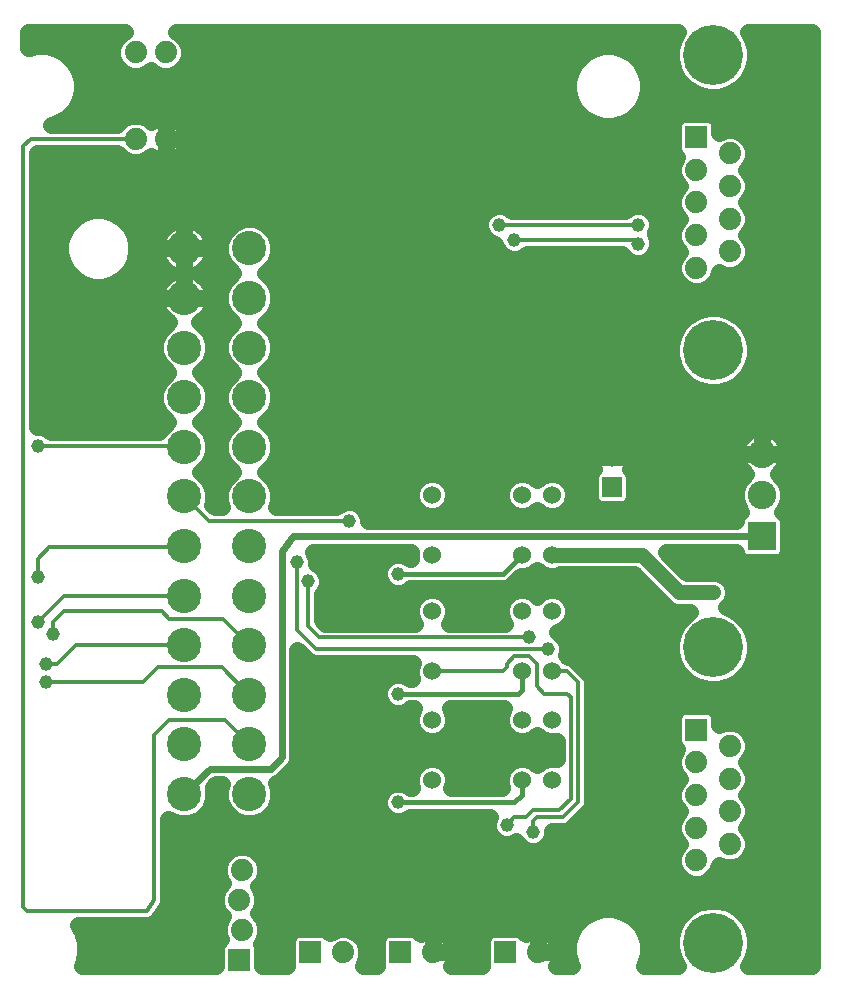
<source format=gbl>
G75*
%MOIN*%
%OFA0B0*%
%FSLAX24Y24*%
%IPPOS*%
%LPD*%
%AMOC8*
5,1,8,0,0,1.08239X$1,22.5*
%
%ADD10R,0.0740X0.0740*%
%ADD11C,0.0740*%
%ADD12C,0.2000*%
%ADD13C,0.0600*%
%ADD14R,0.0950X0.0950*%
%ADD15C,0.0950*%
%ADD16C,0.1142*%
%ADD17C,0.0650*%
%ADD18R,0.0650X0.0650*%
%ADD19C,0.0240*%
%ADD20C,0.0460*%
%ADD21C,0.0120*%
%ADD22C,0.0160*%
%ADD23C,0.0560*%
%ADD24C,0.0500*%
D10*
X008500Y001005D03*
X010875Y001255D03*
X013875Y001255D03*
X017375Y001255D03*
X023741Y008686D03*
X023741Y028436D03*
D11*
X023741Y027346D03*
X023741Y026255D03*
X023741Y025164D03*
X023741Y024074D03*
X024859Y024621D03*
X024859Y025712D03*
X024859Y026798D03*
X024859Y027889D03*
X024859Y008139D03*
X024859Y007048D03*
X024859Y005962D03*
X024859Y004871D03*
X023741Y005414D03*
X023741Y004324D03*
X023741Y006505D03*
X023741Y007596D03*
X018475Y001255D03*
X014975Y001255D03*
X011975Y001255D03*
X008600Y002005D03*
X008500Y003005D03*
X008600Y004005D03*
X006050Y028380D03*
X005050Y028380D03*
X005050Y031255D03*
X006050Y031255D03*
D12*
X024300Y031176D03*
X024300Y021334D03*
X024300Y011426D03*
X024300Y001584D03*
D13*
X018925Y007005D03*
X017925Y007005D03*
X017925Y009005D03*
X018925Y009005D03*
X018925Y010630D03*
X017925Y010630D03*
X017925Y012630D03*
X018925Y012630D03*
X018925Y014505D03*
X017925Y014505D03*
X017925Y016505D03*
X018925Y016505D03*
X014925Y016505D03*
X014925Y014505D03*
X014925Y012630D03*
X014925Y010630D03*
X014925Y009005D03*
X014925Y007005D03*
D14*
X025925Y015130D03*
D15*
X025925Y016508D03*
X025925Y017886D03*
D16*
X008839Y018110D03*
X008839Y016457D03*
X008839Y014803D03*
X008839Y013150D03*
X008839Y011496D03*
X008839Y009843D03*
X008839Y008189D03*
X008839Y006536D03*
X006674Y006536D03*
X006674Y008189D03*
X006674Y009843D03*
X006674Y011496D03*
X006674Y013150D03*
X006674Y014803D03*
X006674Y016457D03*
X006674Y018110D03*
X006674Y019764D03*
X006674Y021417D03*
X006674Y023071D03*
X006674Y024724D03*
X008839Y024724D03*
X008839Y023071D03*
X008839Y021417D03*
X008839Y019764D03*
D17*
X020925Y017755D03*
D18*
X020925Y016755D03*
D19*
X025925Y015130D02*
X010300Y015130D01*
X009925Y014630D01*
X009925Y007755D01*
X009550Y007380D01*
X007519Y007380D01*
X006674Y006536D01*
D20*
X002050Y010255D03*
X002050Y010880D03*
X002300Y011880D03*
X001800Y012255D03*
X001800Y013755D03*
X001800Y018130D03*
X010425Y014255D03*
X010800Y013630D03*
X012175Y015630D03*
X013800Y013880D03*
X013800Y009880D03*
X013800Y006255D03*
X017425Y005505D03*
X018300Y005255D03*
X018800Y011380D03*
X018175Y011755D03*
X024300Y013255D03*
X021800Y024880D03*
X021800Y025505D03*
X017675Y025005D03*
X017175Y025505D03*
D21*
X005425Y002630D02*
X001425Y002630D01*
X001300Y002755D01*
X001300Y028130D01*
X001550Y028380D01*
X005050Y028380D01*
X006654Y018130D02*
X001800Y018130D01*
X002175Y014755D02*
X006501Y014755D01*
X006674Y014803D01*
X007501Y015630D02*
X006674Y016457D01*
X007501Y015630D02*
X012175Y015630D01*
X010425Y014255D02*
X010425Y012005D01*
X011050Y011380D01*
X018800Y011380D01*
X018425Y010880D02*
X018175Y011130D01*
X017675Y011130D01*
X017425Y010880D01*
X017425Y010755D01*
X017300Y010630D01*
X014925Y010630D01*
X018175Y011755D02*
X011175Y011755D01*
X010800Y012130D01*
X010800Y013630D01*
X008839Y011496D02*
X007956Y012380D01*
X006175Y012380D01*
X005925Y012630D01*
X002675Y012630D01*
X002300Y012255D01*
X002300Y011880D01*
X001800Y012255D02*
X002675Y013130D01*
X006654Y013130D01*
X006674Y013150D01*
X006665Y011505D02*
X006674Y011496D01*
X006665Y011505D02*
X003050Y011505D01*
X002425Y010880D01*
X002050Y010880D01*
X002050Y010255D02*
X005300Y010255D01*
X005800Y010755D01*
X007927Y010755D01*
X008839Y009843D01*
X008023Y009005D02*
X008839Y008189D01*
X008023Y009005D02*
X006175Y009005D01*
X005675Y008505D01*
X005675Y003005D01*
X005425Y002630D01*
X001800Y013755D02*
X001800Y014380D01*
X002175Y014755D01*
X006654Y018130D02*
X006674Y018110D01*
X017175Y025505D02*
X021800Y025505D01*
X021675Y025005D02*
X021800Y024880D01*
X021675Y025005D02*
X017675Y025005D01*
X018425Y010880D02*
X018425Y010130D01*
X018675Y009880D01*
X019425Y009880D01*
X019550Y009755D01*
X019550Y006380D01*
X019175Y006005D01*
X018300Y006005D01*
X018050Y005755D01*
X017675Y005755D01*
X017425Y005505D01*
X018300Y005630D02*
X018300Y005255D01*
X018300Y005630D02*
X018425Y005755D01*
X019300Y005755D01*
X019800Y006255D01*
X019800Y010255D01*
X019425Y010630D01*
X018925Y010630D01*
D22*
X017925Y010630D02*
X017925Y010005D01*
X017800Y009880D01*
X013800Y009880D01*
X013800Y006255D02*
X017675Y006255D01*
X017925Y006505D01*
X017925Y007005D01*
X017300Y013880D02*
X013800Y013880D01*
X017300Y013880D02*
X017925Y014505D01*
D23*
X018425Y014015D02*
X018322Y013912D01*
X018064Y013805D01*
X017904Y013805D01*
X017572Y013473D01*
X017395Y013400D01*
X014211Y013400D01*
X014157Y013346D01*
X013925Y013250D01*
X013675Y013250D01*
X013443Y013346D01*
X013266Y013523D01*
X013170Y013755D01*
X013170Y014005D01*
X013266Y014237D01*
X013443Y014414D01*
X013675Y014510D01*
X013925Y014510D01*
X014157Y014414D01*
X014211Y014360D01*
X014227Y014360D01*
X014225Y014366D01*
X014225Y014610D01*
X010960Y014610D01*
X011055Y014380D01*
X011055Y014206D01*
X011157Y014164D01*
X011334Y013987D01*
X011430Y013755D01*
X011430Y013505D01*
X011334Y013273D01*
X011260Y013199D01*
X011260Y012321D01*
X011366Y012215D01*
X014350Y012215D01*
X014332Y012233D01*
X014225Y012491D01*
X014225Y012769D01*
X014332Y013027D01*
X014528Y013223D01*
X014786Y013330D01*
X015064Y013330D01*
X015322Y013223D01*
X015518Y013027D01*
X015625Y012769D01*
X015625Y012491D01*
X015518Y012233D01*
X015500Y012215D01*
X017350Y012215D01*
X017332Y012233D01*
X017225Y012491D01*
X017225Y012769D01*
X017332Y013027D01*
X017528Y013223D01*
X017786Y013330D01*
X018064Y013330D01*
X018322Y013223D01*
X018425Y013120D01*
X018528Y013223D01*
X018786Y013330D01*
X019064Y013330D01*
X019322Y013223D01*
X019518Y013027D01*
X019625Y012769D01*
X019625Y012491D01*
X019518Y012233D01*
X019322Y012037D01*
X019091Y011941D01*
X019157Y011914D01*
X019334Y011737D01*
X019430Y011505D01*
X019430Y011255D01*
X019389Y011156D01*
X019455Y011090D01*
X019516Y011090D01*
X019686Y011020D01*
X019815Y010891D01*
X020190Y010516D01*
X020260Y010346D01*
X020260Y006163D01*
X020190Y005994D01*
X020061Y005865D01*
X020061Y005865D01*
X019561Y005365D01*
X019391Y005295D01*
X018930Y005295D01*
X018930Y005130D01*
X018834Y004898D01*
X018657Y004721D01*
X018425Y004625D01*
X018175Y004625D01*
X017943Y004721D01*
X017766Y004898D01*
X017743Y004955D01*
X017550Y004875D01*
X017300Y004875D01*
X017068Y004971D01*
X016891Y005148D01*
X016795Y005380D01*
X016795Y005630D01*
X016855Y005775D01*
X014211Y005775D01*
X014157Y005721D01*
X013925Y005625D01*
X013675Y005625D01*
X013443Y005721D01*
X013266Y005898D01*
X013170Y006130D01*
X013170Y006380D01*
X013266Y006612D01*
X013443Y006789D01*
X013675Y006885D01*
X013925Y006885D01*
X014157Y006789D01*
X014211Y006735D01*
X014279Y006735D01*
X014225Y006866D01*
X014225Y007144D01*
X014332Y007402D01*
X014528Y007598D01*
X014786Y007705D01*
X015064Y007705D01*
X015322Y007598D01*
X015518Y007402D01*
X015625Y007144D01*
X015625Y006866D01*
X015571Y006735D01*
X017279Y006735D01*
X017225Y006866D01*
X017225Y007144D01*
X017332Y007402D01*
X017528Y007598D01*
X017786Y007705D01*
X018064Y007705D01*
X018322Y007598D01*
X018425Y007495D01*
X018528Y007598D01*
X018786Y007705D01*
X019064Y007705D01*
X019090Y007694D01*
X019090Y008316D01*
X019064Y008305D01*
X018786Y008305D01*
X018528Y008412D01*
X018425Y008515D01*
X018322Y008412D01*
X018064Y008305D01*
X017786Y008305D01*
X017528Y008412D01*
X017332Y008608D01*
X017225Y008866D01*
X017225Y009144D01*
X017331Y009400D01*
X015519Y009400D01*
X015625Y009144D01*
X015625Y008866D01*
X015518Y008608D01*
X015322Y008412D01*
X015064Y008305D01*
X014786Y008305D01*
X014528Y008412D01*
X014332Y008608D01*
X014225Y008866D01*
X014225Y009144D01*
X014331Y009400D01*
X014211Y009400D01*
X014157Y009346D01*
X013925Y009250D01*
X013675Y009250D01*
X013443Y009346D01*
X013266Y009523D01*
X013170Y009755D01*
X013170Y010005D01*
X013266Y010237D01*
X013443Y010414D01*
X013675Y010510D01*
X013925Y010510D01*
X014157Y010414D01*
X014211Y010360D01*
X014279Y010360D01*
X014225Y010491D01*
X014225Y010769D01*
X014287Y010920D01*
X010958Y010920D01*
X010789Y010990D01*
X010445Y011334D01*
X010445Y007652D01*
X010366Y007460D01*
X009991Y007085D01*
X009845Y006939D01*
X009741Y006896D01*
X009810Y006729D01*
X009810Y006342D01*
X009662Y005986D01*
X009389Y005712D01*
X009032Y005565D01*
X008646Y005565D01*
X008289Y005712D01*
X008016Y005986D01*
X007869Y006342D01*
X007869Y006729D01*
X007923Y006860D01*
X007734Y006860D01*
X007632Y006759D01*
X007645Y006729D01*
X007645Y006342D01*
X007497Y005986D01*
X007224Y005712D01*
X006867Y005565D01*
X006481Y005565D01*
X006135Y005708D01*
X006135Y003051D01*
X006144Y003005D01*
X006135Y002960D01*
X006135Y002913D01*
X006117Y002871D01*
X006108Y002826D01*
X006083Y002787D01*
X006065Y002744D01*
X006032Y002712D01*
X005833Y002412D01*
X005815Y002369D01*
X005782Y002337D01*
X005757Y002299D01*
X005718Y002273D01*
X005686Y002240D01*
X005643Y002222D01*
X005605Y002197D01*
X005559Y002188D01*
X005516Y002170D01*
X005471Y002170D01*
X005425Y002161D01*
X005380Y002170D01*
X003130Y002170D01*
X003289Y001893D01*
X003380Y001555D01*
X003380Y001205D01*
X003289Y000867D01*
X003257Y000810D01*
X007730Y000810D01*
X007730Y001455D01*
X007791Y001602D01*
X007892Y001703D01*
X007830Y001852D01*
X007830Y002158D01*
X007947Y002441D01*
X007961Y002455D01*
X007847Y002569D01*
X007730Y002852D01*
X007730Y003158D01*
X007847Y003441D01*
X007961Y003555D01*
X007947Y003569D01*
X007830Y003852D01*
X007830Y004158D01*
X007947Y004441D01*
X008164Y004658D01*
X008447Y004775D01*
X008753Y004775D01*
X009036Y004658D01*
X009253Y004441D01*
X009370Y004158D01*
X009370Y003852D01*
X009253Y003569D01*
X009139Y003455D01*
X009153Y003441D01*
X009270Y003158D01*
X009270Y002852D01*
X009153Y002569D01*
X009139Y002555D01*
X009253Y002441D01*
X009370Y002158D01*
X009370Y001852D01*
X009253Y001569D01*
X009231Y001548D01*
X009270Y001455D01*
X009270Y000810D01*
X010105Y000810D01*
X010105Y001705D01*
X010166Y001852D01*
X010278Y001964D01*
X010425Y002025D01*
X011325Y002025D01*
X011472Y001964D01*
X011533Y001902D01*
X011539Y001908D01*
X011822Y002025D01*
X012128Y002025D01*
X012411Y001908D01*
X012628Y001691D01*
X012745Y001408D01*
X012745Y001102D01*
X012628Y000819D01*
X012619Y000810D01*
X013105Y000810D01*
X013105Y001705D01*
X013166Y001852D01*
X013278Y001964D01*
X013425Y002025D01*
X014325Y002025D01*
X014472Y001964D01*
X014556Y001879D01*
X014557Y001880D01*
X014643Y001929D01*
X014733Y001967D01*
X014828Y001992D01*
X014926Y002005D01*
X014975Y002005D01*
X014975Y001255D01*
X014975Y001255D01*
X015725Y001255D01*
X015725Y001304D01*
X015712Y001402D01*
X015687Y001497D01*
X015649Y001587D01*
X015600Y001673D01*
X015540Y001751D01*
X015471Y001820D01*
X015393Y001880D01*
X015307Y001929D01*
X015217Y001967D01*
X015122Y001992D01*
X015024Y002005D01*
X014975Y002005D01*
X014975Y001255D01*
X014975Y001255D01*
X015725Y001255D01*
X015725Y001206D01*
X015712Y001108D01*
X015687Y001013D01*
X015649Y000923D01*
X015600Y000837D01*
X015579Y000810D01*
X016605Y000810D01*
X016605Y001705D01*
X016666Y001852D01*
X016778Y001964D01*
X016925Y002025D01*
X017825Y002025D01*
X017972Y001964D01*
X018056Y001879D01*
X018057Y001880D01*
X018143Y001929D01*
X018233Y001967D01*
X018328Y001992D01*
X018426Y002005D01*
X018475Y002005D01*
X018475Y001255D01*
X018475Y001255D01*
X019225Y001255D01*
X019225Y001304D01*
X019212Y001402D01*
X019187Y001497D01*
X019149Y001587D01*
X019100Y001673D01*
X019040Y001751D01*
X018971Y001820D01*
X018893Y001880D01*
X018807Y001929D01*
X018717Y001967D01*
X018622Y001992D01*
X018524Y002005D01*
X018475Y002005D01*
X018475Y001255D01*
X018475Y001255D01*
X019225Y001255D01*
X019225Y001206D01*
X019212Y001108D01*
X019187Y001013D01*
X019149Y000923D01*
X019100Y000837D01*
X019079Y000810D01*
X019593Y000810D01*
X019561Y000867D01*
X019470Y001205D01*
X019470Y001555D01*
X019561Y001893D01*
X019736Y002197D01*
X019983Y002444D01*
X020287Y002619D01*
X020625Y002710D01*
X020975Y002710D01*
X021313Y002619D01*
X021617Y002444D01*
X021864Y002197D01*
X022039Y001893D01*
X022130Y001555D01*
X022130Y001205D01*
X022039Y000867D01*
X022007Y000810D01*
X023130Y000810D01*
X022995Y001043D01*
X022900Y001399D01*
X022900Y001768D01*
X022995Y002124D01*
X023180Y002443D01*
X023440Y002704D01*
X023760Y002888D01*
X024116Y002984D01*
X024484Y002984D01*
X024840Y002888D01*
X025160Y002704D01*
X025420Y002443D01*
X025605Y002124D01*
X025700Y001768D01*
X025700Y001399D01*
X025605Y001043D01*
X025470Y000810D01*
X027615Y000810D01*
X027615Y031946D01*
X025472Y031946D01*
X025605Y031717D01*
X025700Y031361D01*
X025700Y030992D01*
X025605Y030636D01*
X025420Y030317D01*
X025160Y030056D01*
X024840Y029872D01*
X024484Y029776D01*
X024116Y029776D01*
X023760Y029872D01*
X023440Y030056D01*
X023180Y030317D01*
X022995Y030636D01*
X022900Y030992D01*
X022900Y031361D01*
X022995Y031717D01*
X023128Y031946D01*
X006394Y031946D01*
X006486Y031908D01*
X006703Y031691D01*
X006820Y031408D01*
X006820Y031102D01*
X006703Y030819D01*
X006486Y030602D01*
X006203Y030485D01*
X005897Y030485D01*
X005614Y030602D01*
X005550Y030666D01*
X005486Y030602D01*
X005203Y030485D01*
X004897Y030485D01*
X004614Y030602D01*
X004397Y030819D01*
X004280Y031102D01*
X004280Y031408D01*
X004397Y031691D01*
X004614Y031908D01*
X004706Y031946D01*
X001480Y031946D01*
X001480Y031388D01*
X001750Y031460D01*
X002100Y031460D01*
X002438Y031369D01*
X002742Y031194D01*
X002989Y030947D01*
X003164Y030643D01*
X003255Y030305D01*
X003255Y029955D01*
X003164Y029617D01*
X002989Y029313D01*
X002742Y029066D01*
X002438Y028891D01*
X002249Y028840D01*
X004421Y028840D01*
X004614Y029033D01*
X004897Y029150D01*
X005203Y029150D01*
X005486Y029033D01*
X005565Y028954D01*
X005632Y029005D01*
X005718Y029054D01*
X005808Y029092D01*
X005903Y029117D01*
X006001Y029130D01*
X006050Y029130D01*
X006099Y029130D01*
X006197Y029117D01*
X006292Y029092D01*
X006382Y029054D01*
X006468Y029005D01*
X006546Y028945D01*
X006615Y028876D01*
X006675Y028798D01*
X006724Y028712D01*
X006762Y028622D01*
X006787Y028527D01*
X006800Y028429D01*
X006800Y028380D01*
X006050Y028380D01*
X006050Y028380D01*
X006050Y028380D01*
X006050Y029130D01*
X006050Y028380D01*
X006800Y028380D01*
X006800Y028331D01*
X006787Y028233D01*
X006762Y028138D01*
X006724Y028048D01*
X006675Y027962D01*
X006615Y027884D01*
X006546Y027815D01*
X006468Y027755D01*
X006382Y027706D01*
X006292Y027668D01*
X006197Y027643D01*
X006099Y027630D01*
X006050Y027630D01*
X006050Y028380D01*
X006050Y028380D01*
X006050Y027630D01*
X006001Y027630D01*
X005903Y027643D01*
X005808Y027668D01*
X005718Y027706D01*
X005632Y027755D01*
X005565Y027806D01*
X005486Y027727D01*
X005203Y027610D01*
X004897Y027610D01*
X004614Y027727D01*
X004421Y027920D01*
X001760Y027920D01*
X001760Y018760D01*
X001925Y018760D01*
X002157Y018664D01*
X002231Y018590D01*
X005822Y018590D01*
X005851Y018660D01*
X006124Y018933D01*
X006133Y018937D01*
X006124Y018941D01*
X005851Y019214D01*
X005703Y019571D01*
X005703Y019957D01*
X005851Y020314D01*
X006124Y020587D01*
X006133Y020591D01*
X006124Y020594D01*
X005851Y020867D01*
X005703Y021224D01*
X005703Y021611D01*
X005851Y021967D01*
X006124Y022240D01*
X006175Y022262D01*
X006123Y022294D01*
X006039Y022361D01*
X005964Y022436D01*
X005897Y022520D01*
X005840Y022610D01*
X005794Y022706D01*
X005759Y022807D01*
X005735Y022911D01*
X005723Y023018D01*
X005723Y023071D01*
X006674Y023071D01*
X006674Y024724D01*
X006674Y023774D01*
X006674Y023071D01*
X006674Y023071D01*
X006674Y023071D01*
X007625Y023071D01*
X007625Y023124D01*
X007613Y023230D01*
X007589Y023335D01*
X007554Y023435D01*
X007508Y023532D01*
X007451Y023622D01*
X007384Y023706D01*
X007309Y023781D01*
X007225Y023848D01*
X007145Y023898D01*
X007225Y023948D01*
X007309Y024014D01*
X007384Y024090D01*
X007451Y024173D01*
X007508Y024264D01*
X007554Y024360D01*
X007589Y024461D01*
X007613Y024565D01*
X007625Y024671D01*
X007625Y024724D01*
X006674Y024724D01*
X006674Y024724D01*
X005723Y024724D01*
X005723Y024671D01*
X005735Y024565D01*
X005759Y024461D01*
X005794Y024360D01*
X005840Y024264D01*
X005897Y024173D01*
X005964Y024090D01*
X006039Y024014D01*
X006123Y023948D01*
X006203Y023898D01*
X006123Y023848D01*
X006039Y023781D01*
X005964Y023706D01*
X005897Y023622D01*
X005840Y023532D01*
X005794Y023435D01*
X005759Y023335D01*
X005735Y023230D01*
X005723Y023124D01*
X005723Y023071D01*
X006674Y023071D01*
X006674Y023071D01*
X007625Y023071D01*
X007625Y023018D01*
X007613Y022911D01*
X007589Y022807D01*
X007554Y022706D01*
X007508Y022610D01*
X007451Y022520D01*
X007384Y022436D01*
X007309Y022361D01*
X007225Y022294D01*
X007173Y022262D01*
X007224Y022240D01*
X007497Y021967D01*
X007645Y021611D01*
X007645Y021224D01*
X007497Y020867D01*
X007224Y020594D01*
X007215Y020591D01*
X007224Y020587D01*
X007497Y020314D01*
X007645Y019957D01*
X007645Y019571D01*
X007497Y019214D01*
X007224Y018941D01*
X007215Y018937D01*
X007224Y018933D01*
X007497Y018660D01*
X007645Y018303D01*
X007645Y017917D01*
X007497Y017560D01*
X007224Y017287D01*
X007215Y017284D01*
X007224Y017280D01*
X007497Y017007D01*
X007645Y016650D01*
X007645Y016264D01*
X007608Y016174D01*
X007691Y016090D01*
X007940Y016090D01*
X007869Y016264D01*
X007869Y016650D01*
X008016Y017007D01*
X008289Y017280D01*
X008298Y017284D01*
X008289Y017287D01*
X008016Y017560D01*
X007869Y017917D01*
X007869Y018303D01*
X008016Y018660D01*
X008289Y018933D01*
X008298Y018937D01*
X008289Y018941D01*
X008016Y019214D01*
X007869Y019571D01*
X007869Y019957D01*
X008016Y020314D01*
X008289Y020587D01*
X008298Y020591D01*
X008289Y020594D01*
X008016Y020867D01*
X007869Y021224D01*
X007869Y021611D01*
X008016Y021967D01*
X008289Y022240D01*
X008298Y022244D01*
X008289Y022248D01*
X008016Y022521D01*
X007869Y022878D01*
X007869Y023264D01*
X008016Y023621D01*
X008289Y023894D01*
X008298Y023898D01*
X008289Y023901D01*
X008016Y024175D01*
X007869Y024531D01*
X007869Y024918D01*
X008016Y025274D01*
X008289Y025548D01*
X008646Y025695D01*
X009032Y025695D01*
X009389Y025548D01*
X009662Y025274D01*
X009810Y024918D01*
X009810Y024531D01*
X009662Y024175D01*
X009389Y023901D01*
X009380Y023898D01*
X009389Y023894D01*
X009662Y023621D01*
X009810Y023264D01*
X009810Y022878D01*
X009662Y022521D01*
X009389Y022248D01*
X009380Y022244D01*
X009389Y022240D01*
X009662Y021967D01*
X009810Y021611D01*
X009810Y021224D01*
X009662Y020867D01*
X009389Y020594D01*
X009380Y020591D01*
X009389Y020587D01*
X009662Y020314D01*
X009810Y019957D01*
X009810Y019571D01*
X009662Y019214D01*
X009389Y018941D01*
X009380Y018937D01*
X009389Y018933D01*
X009662Y018660D01*
X009810Y018303D01*
X009810Y017917D01*
X009662Y017560D01*
X009389Y017287D01*
X009380Y017284D01*
X009389Y017280D01*
X009662Y017007D01*
X009810Y016650D01*
X009810Y016264D01*
X009738Y016090D01*
X011744Y016090D01*
X011818Y016164D01*
X012050Y016260D01*
X012300Y016260D01*
X012532Y016164D01*
X012709Y015987D01*
X012805Y015755D01*
X012805Y015650D01*
X025050Y015650D01*
X025050Y015685D01*
X025111Y015832D01*
X025223Y015944D01*
X025243Y015952D01*
X025183Y016012D01*
X025050Y016334D01*
X025050Y016682D01*
X025183Y017004D01*
X025395Y017215D01*
X025360Y017242D01*
X025281Y017321D01*
X025213Y017410D01*
X025157Y017507D01*
X025114Y017610D01*
X025085Y017719D01*
X025070Y017830D01*
X025070Y017886D01*
X025925Y017886D01*
X025925Y018741D01*
X025869Y018741D01*
X025758Y018726D01*
X025650Y018697D01*
X025546Y018654D01*
X025449Y018598D01*
X025360Y018530D01*
X025281Y018451D01*
X025213Y018362D01*
X025157Y018265D01*
X025114Y018161D01*
X025085Y018053D01*
X025070Y017942D01*
X025070Y017886D01*
X025925Y017886D01*
X025925Y017886D01*
X025925Y018741D01*
X025981Y018741D01*
X026092Y018726D01*
X026200Y018697D01*
X026304Y018654D01*
X026401Y018598D01*
X026490Y018530D01*
X026569Y018451D01*
X026637Y018362D01*
X026693Y018265D01*
X026736Y018161D01*
X026765Y018053D01*
X026780Y017942D01*
X026780Y017886D01*
X025925Y017886D01*
X025925Y017886D01*
X025925Y017886D01*
X026780Y017886D01*
X026780Y017830D01*
X026765Y017719D01*
X026736Y017610D01*
X026693Y017507D01*
X026637Y017410D01*
X026569Y017321D01*
X026490Y017242D01*
X026455Y017215D01*
X026667Y017004D01*
X026800Y016682D01*
X026800Y016334D01*
X026667Y016012D01*
X026607Y015952D01*
X026627Y015944D01*
X026739Y015832D01*
X026800Y015685D01*
X026800Y014575D01*
X026739Y014428D01*
X026627Y014316D01*
X026480Y014255D01*
X025370Y014255D01*
X025223Y014316D01*
X025111Y014428D01*
X025050Y014575D01*
X025050Y014610D01*
X022739Y014610D01*
X023444Y013905D01*
X024429Y013905D01*
X024668Y013806D01*
X024851Y013623D01*
X024950Y013384D01*
X024950Y013126D01*
X024851Y012887D01*
X024726Y012762D01*
X024840Y012731D01*
X025160Y012547D01*
X025420Y012286D01*
X025605Y011967D01*
X025700Y011611D01*
X025700Y011242D01*
X025605Y010886D01*
X025420Y010567D01*
X025160Y010306D01*
X024840Y010122D01*
X024484Y010026D01*
X024116Y010026D01*
X023760Y010122D01*
X023440Y010306D01*
X023180Y010567D01*
X022995Y010886D01*
X022900Y011242D01*
X022900Y011611D01*
X022995Y011967D01*
X023180Y012286D01*
X023440Y012547D01*
X023542Y012605D01*
X023046Y012605D01*
X022807Y012704D01*
X021656Y013855D01*
X019185Y013855D01*
X019064Y013805D01*
X018786Y013805D01*
X018528Y013912D01*
X018425Y014015D01*
X017633Y013534D02*
X021977Y013534D01*
X022535Y012976D02*
X019540Y012976D01*
X019594Y012417D02*
X023311Y012417D01*
X022966Y011859D02*
X019212Y011859D01*
X019430Y011300D02*
X022900Y011300D01*
X023079Y010742D02*
X019964Y010742D01*
X020260Y010183D02*
X023653Y010183D01*
X023291Y009456D02*
X023144Y009395D01*
X023032Y009283D01*
X022971Y009136D01*
X022971Y008237D01*
X023032Y008090D01*
X023089Y008032D01*
X023088Y008032D01*
X022971Y007749D01*
X022971Y007442D01*
X023088Y007159D01*
X023197Y007050D01*
X023088Y006941D01*
X022971Y006658D01*
X022971Y006352D01*
X023088Y006069D01*
X023197Y005960D01*
X023088Y005851D01*
X022971Y005568D01*
X022971Y005261D01*
X023088Y004978D01*
X023197Y004869D01*
X023088Y004760D01*
X022971Y004477D01*
X022971Y004171D01*
X023088Y003888D01*
X023305Y003671D01*
X023588Y003554D01*
X023894Y003554D01*
X024177Y003671D01*
X024394Y003888D01*
X024511Y004171D01*
X024511Y004182D01*
X024706Y004101D01*
X025012Y004101D01*
X025295Y004218D01*
X025512Y004435D01*
X025629Y004718D01*
X025629Y005024D01*
X025512Y005307D01*
X025403Y005416D01*
X025512Y005526D01*
X025629Y005809D01*
X025629Y006115D01*
X025512Y006398D01*
X025405Y006505D01*
X025512Y006612D01*
X025629Y006895D01*
X025629Y007201D01*
X025512Y007484D01*
X025403Y007594D01*
X025512Y007703D01*
X025629Y007986D01*
X025629Y008292D01*
X025512Y008575D01*
X025295Y008792D01*
X025012Y008909D01*
X024706Y008909D01*
X024511Y008828D01*
X024511Y009136D01*
X024450Y009283D01*
X024338Y009395D01*
X024191Y009456D01*
X023291Y009456D01*
X022971Y009066D02*
X020260Y009066D01*
X020260Y008508D02*
X022971Y008508D01*
X023054Y007949D02*
X020260Y007949D01*
X020260Y007391D02*
X022992Y007391D01*
X023043Y006832D02*
X020260Y006832D01*
X020260Y006274D02*
X023003Y006274D01*
X023032Y005715D02*
X019911Y005715D01*
X018930Y005157D02*
X023014Y005157D01*
X023021Y004598D02*
X009096Y004598D01*
X009370Y004040D02*
X023025Y004040D01*
X023887Y002923D02*
X009270Y002923D01*
X009285Y002364D02*
X019903Y002364D01*
X019537Y001806D02*
X018985Y001806D01*
X018475Y001806D02*
X018475Y001806D01*
X019225Y001247D02*
X019470Y001247D01*
X021697Y002364D02*
X023134Y002364D01*
X022910Y001806D02*
X022063Y001806D01*
X022130Y001247D02*
X022941Y001247D01*
X024713Y002923D02*
X027615Y002923D01*
X027615Y002364D02*
X025466Y002364D01*
X025690Y001806D02*
X027615Y001806D01*
X027615Y001247D02*
X025659Y001247D01*
X027615Y003481D02*
X009165Y003481D01*
X007887Y003481D02*
X006135Y003481D01*
X006135Y002923D02*
X007730Y002923D01*
X007915Y002364D02*
X005810Y002364D01*
X006135Y004040D02*
X007830Y004040D01*
X008104Y004598D02*
X006135Y004598D01*
X006135Y005157D02*
X016887Y005157D01*
X016830Y005715D02*
X014143Y005715D01*
X013457Y005715D02*
X009392Y005715D01*
X009782Y006274D02*
X013170Y006274D01*
X013547Y006832D02*
X009767Y006832D01*
X010296Y007391D02*
X014327Y007391D01*
X014239Y006832D02*
X014053Y006832D01*
X015611Y006832D02*
X017239Y006832D01*
X017327Y007391D02*
X015523Y007391D01*
X015417Y008508D02*
X017433Y008508D01*
X017225Y009066D02*
X015625Y009066D01*
X014433Y008508D02*
X010445Y008508D01*
X010445Y007949D02*
X019090Y007949D01*
X018433Y008508D02*
X018417Y008508D01*
X020260Y009625D02*
X027615Y009625D01*
X027615Y010183D02*
X024947Y010183D01*
X025521Y010742D02*
X027615Y010742D01*
X027615Y011300D02*
X025700Y011300D01*
X025634Y011859D02*
X027615Y011859D01*
X027615Y012417D02*
X025289Y012417D01*
X024888Y012976D02*
X027615Y012976D01*
X027615Y013534D02*
X024888Y013534D01*
X023257Y014093D02*
X027615Y014093D01*
X027615Y014651D02*
X026800Y014651D01*
X026800Y015210D02*
X027615Y015210D01*
X027615Y015768D02*
X026765Y015768D01*
X026797Y016327D02*
X027615Y016327D01*
X027615Y016885D02*
X026716Y016885D01*
X026657Y017444D02*
X027615Y017444D01*
X027615Y018002D02*
X026772Y018002D01*
X026450Y018561D02*
X027615Y018561D01*
X027615Y019119D02*
X009568Y019119D01*
X009704Y018561D02*
X025400Y018561D01*
X025925Y018561D02*
X025925Y018561D01*
X025925Y018002D02*
X025925Y018002D01*
X025193Y017444D02*
X021559Y017444D01*
X021559Y017443D02*
X021520Y017376D01*
X021589Y017307D01*
X021650Y017160D01*
X021650Y016350D01*
X021589Y016203D01*
X021477Y016091D01*
X021330Y016030D01*
X020520Y016030D01*
X020373Y016091D01*
X020261Y016203D01*
X020200Y016350D01*
X020200Y017160D01*
X020261Y017307D01*
X020330Y017376D01*
X020291Y017443D01*
X020291Y017444D02*
X009546Y017444D01*
X009810Y018002D02*
X020264Y018002D01*
X020256Y017982D02*
X020232Y017893D01*
X020220Y017801D01*
X020220Y017755D01*
X020925Y017755D01*
X020925Y017755D01*
X020925Y018460D01*
X020971Y018460D01*
X021063Y018448D01*
X021152Y018424D01*
X021237Y018389D01*
X021318Y018342D01*
X021391Y018286D01*
X021456Y018221D01*
X021512Y018148D01*
X021559Y018067D01*
X021594Y017982D01*
X021618Y017893D01*
X021630Y017801D01*
X021630Y017755D01*
X020925Y017755D01*
X020925Y017755D01*
X020925Y017755D01*
X020925Y018460D01*
X020879Y018460D01*
X020787Y018448D01*
X020698Y018424D01*
X020613Y018389D01*
X020532Y018342D01*
X020459Y018286D01*
X020394Y018221D01*
X020338Y018148D01*
X020291Y018067D01*
X020256Y017982D01*
X020220Y017755D02*
X020220Y017709D01*
X020232Y017617D01*
X020256Y017528D01*
X020291Y017443D01*
X020220Y017755D02*
X020925Y017755D01*
X021630Y017755D01*
X021630Y017709D01*
X021618Y017617D01*
X021594Y017528D01*
X021559Y017443D01*
X021586Y018002D02*
X025078Y018002D01*
X025134Y016885D02*
X021650Y016885D01*
X021640Y016327D02*
X025053Y016327D01*
X025085Y015768D02*
X012800Y015768D01*
X014225Y016366D02*
X014332Y016108D01*
X014528Y015912D01*
X014786Y015805D01*
X015064Y015805D01*
X015322Y015912D01*
X015518Y016108D01*
X015625Y016366D01*
X015625Y016644D01*
X015518Y016902D01*
X015322Y017098D01*
X015064Y017205D01*
X014786Y017205D01*
X014528Y017098D01*
X014332Y016902D01*
X014225Y016644D01*
X014225Y016366D01*
X014241Y016327D02*
X009810Y016327D01*
X009713Y016885D02*
X014325Y016885D01*
X015525Y016885D02*
X017325Y016885D01*
X017332Y016902D02*
X017225Y016644D01*
X017225Y016366D01*
X017332Y016108D01*
X017528Y015912D01*
X017786Y015805D01*
X018064Y015805D01*
X018322Y015912D01*
X018425Y016015D01*
X018528Y015912D01*
X018786Y015805D01*
X019064Y015805D01*
X019322Y015912D01*
X019518Y016108D01*
X019625Y016366D01*
X019625Y016644D01*
X019518Y016902D01*
X019322Y017098D01*
X019064Y017205D01*
X018786Y017205D01*
X018528Y017098D01*
X018425Y016995D01*
X018322Y017098D01*
X018064Y017205D01*
X017786Y017205D01*
X017528Y017098D01*
X017332Y016902D01*
X017241Y016327D02*
X015609Y016327D01*
X013206Y014093D02*
X011228Y014093D01*
X011430Y013534D02*
X013261Y013534D01*
X014310Y012976D02*
X011260Y012976D01*
X011260Y012417D02*
X014256Y012417D01*
X015594Y012417D02*
X017256Y012417D01*
X017310Y012976D02*
X015540Y012976D01*
X014225Y010742D02*
X010445Y010742D01*
X010445Y010183D02*
X013244Y010183D01*
X013224Y009625D02*
X010445Y009625D01*
X010445Y009066D02*
X014225Y009066D01*
X010479Y011300D02*
X010445Y011300D01*
X007911Y006832D02*
X007706Y006832D01*
X007616Y006274D02*
X007897Y006274D01*
X008287Y005715D02*
X007227Y005715D01*
X007849Y001806D02*
X003313Y001806D01*
X003380Y001247D02*
X007730Y001247D01*
X009270Y001247D02*
X010105Y001247D01*
X010147Y001806D02*
X009351Y001806D01*
X012513Y001806D02*
X013147Y001806D01*
X013105Y001247D02*
X012745Y001247D01*
X014975Y001806D02*
X014975Y001806D01*
X015485Y001806D02*
X016647Y001806D01*
X016605Y001247D02*
X015725Y001247D01*
X024457Y004040D02*
X027615Y004040D01*
X027615Y004598D02*
X025579Y004598D01*
X025574Y005157D02*
X027615Y005157D01*
X027615Y005715D02*
X025590Y005715D01*
X025563Y006274D02*
X027615Y006274D01*
X027615Y006832D02*
X025603Y006832D01*
X025551Y007391D02*
X027615Y007391D01*
X027615Y007949D02*
X025614Y007949D01*
X025540Y008508D02*
X027615Y008508D01*
X027615Y009066D02*
X024511Y009066D01*
X020210Y016327D02*
X019609Y016327D01*
X019525Y016885D02*
X020200Y016885D01*
X020925Y018002D02*
X020925Y018002D01*
X023180Y020474D02*
X023440Y020213D01*
X023760Y020029D01*
X024116Y019934D01*
X024484Y019934D01*
X024840Y020029D01*
X025160Y020213D01*
X025420Y020474D01*
X025605Y020793D01*
X025700Y021149D01*
X025700Y021518D01*
X025605Y021874D01*
X025420Y022193D01*
X025160Y022454D01*
X024840Y022638D01*
X024484Y022734D01*
X024116Y022734D01*
X023760Y022638D01*
X023440Y022454D01*
X023180Y022193D01*
X022995Y021874D01*
X022900Y021518D01*
X022900Y021149D01*
X022995Y020793D01*
X023180Y020474D01*
X023418Y020236D02*
X009695Y020236D01*
X009810Y019678D02*
X027615Y019678D01*
X027615Y020236D02*
X025182Y020236D01*
X025605Y020795D02*
X027615Y020795D01*
X027615Y021353D02*
X025700Y021353D01*
X025583Y021912D02*
X027615Y021912D01*
X027615Y022470D02*
X025132Y022470D01*
X024177Y023421D02*
X024394Y023638D01*
X024511Y023921D01*
X024511Y023932D01*
X024706Y023851D01*
X025012Y023851D01*
X025295Y023968D01*
X025512Y024185D01*
X025629Y024468D01*
X025629Y024774D01*
X025512Y025057D01*
X025403Y025166D01*
X025512Y025276D01*
X025629Y025559D01*
X025629Y025865D01*
X025512Y026148D01*
X025405Y026255D01*
X025512Y026362D01*
X025629Y026645D01*
X025629Y026951D01*
X025512Y027234D01*
X025403Y027344D01*
X025512Y027453D01*
X025629Y027736D01*
X025629Y028042D01*
X025512Y028325D01*
X025295Y028542D01*
X025012Y028659D01*
X024706Y028659D01*
X024511Y028578D01*
X024511Y028886D01*
X024450Y029033D01*
X024338Y029145D01*
X024191Y029206D01*
X023291Y029206D01*
X023144Y029145D01*
X023032Y029033D01*
X022971Y028886D01*
X022971Y027987D01*
X023032Y027840D01*
X023089Y027782D01*
X023088Y027782D01*
X022971Y027499D01*
X022971Y027192D01*
X023088Y026909D01*
X023197Y026800D01*
X023088Y026691D01*
X022971Y026408D01*
X022971Y026102D01*
X023088Y025819D01*
X023197Y025710D01*
X023088Y025601D01*
X022971Y025318D01*
X022971Y025011D01*
X023088Y024728D01*
X023197Y024619D01*
X023088Y024510D01*
X022971Y024227D01*
X022971Y023921D01*
X023088Y023638D01*
X023305Y023421D01*
X023588Y023304D01*
X023894Y023304D01*
X024177Y023421D01*
X024343Y023587D02*
X027615Y023587D01*
X027615Y023029D02*
X009810Y023029D01*
X009676Y023587D02*
X023139Y023587D01*
X022971Y024146D02*
X009633Y024146D01*
X009810Y024704D02*
X017118Y024704D01*
X017141Y024648D02*
X017318Y024471D01*
X017550Y024375D01*
X017800Y024375D01*
X018032Y024471D01*
X018106Y024545D01*
X021257Y024545D01*
X021266Y024523D01*
X021443Y024346D01*
X021675Y024250D01*
X021925Y024250D01*
X022157Y024346D01*
X022334Y024523D01*
X022430Y024755D01*
X022430Y025005D01*
X022352Y025193D01*
X022430Y025380D01*
X022430Y025630D01*
X022334Y025862D01*
X022157Y026039D01*
X021925Y026135D01*
X021675Y026135D01*
X021443Y026039D01*
X021369Y025965D01*
X017606Y025965D01*
X017532Y026039D01*
X017300Y026135D01*
X017050Y026135D01*
X016818Y026039D01*
X016641Y025862D01*
X016545Y025630D01*
X016545Y025380D01*
X016641Y025148D01*
X016818Y024971D01*
X017046Y024876D01*
X017141Y024648D01*
X016594Y025263D02*
X009667Y025263D01*
X008011Y025263D02*
X007459Y025263D01*
X007451Y025276D02*
X007384Y025359D01*
X007309Y025435D01*
X007225Y025501D01*
X007135Y025558D01*
X007038Y025604D01*
X006938Y025640D01*
X006834Y025663D01*
X006727Y025675D01*
X006674Y025675D01*
X006621Y025675D01*
X006514Y025663D01*
X006410Y025640D01*
X006310Y025604D01*
X006213Y025558D01*
X006123Y025501D01*
X006039Y025435D01*
X005964Y025359D01*
X005897Y025276D01*
X005840Y025185D01*
X005794Y025089D01*
X005759Y024988D01*
X005735Y024884D01*
X005723Y024778D01*
X005723Y024724D01*
X006674Y024724D01*
X006674Y024724D01*
X006674Y024724D01*
X007625Y024724D01*
X007625Y024778D01*
X007613Y024884D01*
X007589Y024988D01*
X007554Y025089D01*
X007508Y025185D01*
X007451Y025276D01*
X007625Y024704D02*
X007869Y024704D01*
X008045Y024146D02*
X007428Y024146D01*
X007473Y023587D02*
X008002Y023587D01*
X007869Y023029D02*
X007625Y023029D01*
X007411Y022470D02*
X008067Y022470D01*
X007993Y021912D02*
X007520Y021912D01*
X007645Y021353D02*
X007869Y021353D01*
X008089Y020795D02*
X007424Y020795D01*
X007529Y020236D02*
X007984Y020236D01*
X007869Y019678D02*
X007645Y019678D01*
X007402Y019119D02*
X008111Y019119D01*
X007975Y018561D02*
X007538Y018561D01*
X007645Y018002D02*
X007869Y018002D01*
X008133Y017444D02*
X007380Y017444D01*
X007547Y016885D02*
X007966Y016885D01*
X007869Y016327D02*
X007645Y016327D01*
X005946Y019119D02*
X001760Y019119D01*
X001760Y019678D02*
X005703Y019678D01*
X005819Y020236D02*
X001760Y020236D01*
X001760Y020795D02*
X005924Y020795D01*
X005703Y021353D02*
X001760Y021353D01*
X001760Y021912D02*
X005828Y021912D01*
X005937Y022470D02*
X001760Y022470D01*
X001760Y023029D02*
X005723Y023029D01*
X005875Y023587D02*
X004371Y023587D01*
X004290Y023541D02*
X004580Y023708D01*
X004817Y023944D01*
X004984Y024234D01*
X005071Y024557D01*
X005071Y024892D01*
X004984Y025215D01*
X004817Y025505D01*
X004580Y025741D01*
X004290Y025908D01*
X003967Y025995D01*
X003633Y025995D01*
X003310Y025908D01*
X003020Y025741D01*
X002783Y025505D01*
X002616Y025215D01*
X002529Y024892D01*
X002529Y024557D01*
X002616Y024234D01*
X002783Y023944D01*
X003020Y023708D01*
X003310Y023541D01*
X003633Y023454D01*
X003967Y023454D01*
X004290Y023541D01*
X004933Y024146D02*
X005920Y024146D01*
X005723Y024704D02*
X005071Y024704D01*
X004956Y025263D02*
X005889Y025263D01*
X006674Y025263D02*
X006674Y025263D01*
X006674Y025675D02*
X006674Y024725D01*
X006674Y024725D01*
X006674Y025675D01*
X006674Y024704D02*
X006674Y024704D01*
X006674Y024146D02*
X006674Y024146D01*
X006674Y023587D02*
X006674Y023587D01*
X004442Y025821D02*
X016624Y025821D01*
X019877Y029172D02*
X002848Y029172D01*
X003195Y029731D02*
X019530Y029731D01*
X019561Y029617D02*
X019736Y029313D01*
X019983Y029066D01*
X020287Y028891D01*
X020625Y028800D01*
X020975Y028800D01*
X021313Y028891D01*
X021617Y029066D01*
X021864Y029313D01*
X022039Y029617D01*
X022130Y029955D01*
X022130Y030305D01*
X022039Y030643D01*
X021864Y030947D01*
X021617Y031194D01*
X021313Y031369D01*
X020975Y031460D01*
X020625Y031460D01*
X020287Y031369D01*
X019983Y031194D01*
X019736Y030947D01*
X019561Y030643D01*
X019470Y030305D01*
X019470Y029955D01*
X019561Y029617D01*
X019470Y030289D02*
X003255Y030289D01*
X003046Y030848D02*
X004385Y030848D01*
X004280Y031406D02*
X002302Y031406D01*
X001548Y031406D02*
X001480Y031406D01*
X001760Y027497D02*
X022971Y027497D01*
X023076Y026938D02*
X001760Y026938D01*
X001760Y026380D02*
X022971Y026380D01*
X023087Y025821D02*
X022351Y025821D01*
X022381Y025263D02*
X022971Y025263D01*
X023112Y024704D02*
X022409Y024704D01*
X023468Y022470D02*
X009611Y022470D01*
X009686Y021912D02*
X023017Y021912D01*
X022900Y021353D02*
X009810Y021353D01*
X009589Y020795D02*
X022995Y020795D01*
X025472Y024146D02*
X027615Y024146D01*
X027615Y024704D02*
X025629Y024704D01*
X025499Y025263D02*
X027615Y025263D01*
X027615Y025821D02*
X025629Y025821D01*
X025519Y026380D02*
X027615Y026380D01*
X027615Y026938D02*
X025629Y026938D01*
X025530Y027497D02*
X027615Y027497D01*
X027615Y028055D02*
X025624Y028055D01*
X025122Y028614D02*
X027615Y028614D01*
X027615Y029172D02*
X024273Y029172D01*
X024511Y028614D02*
X024596Y028614D01*
X023209Y029172D02*
X021723Y029172D01*
X022070Y029731D02*
X027615Y029731D01*
X027615Y030289D02*
X025393Y030289D01*
X025661Y030848D02*
X027615Y030848D01*
X027615Y031406D02*
X025688Y031406D01*
X023207Y030289D02*
X022130Y030289D01*
X021921Y030848D02*
X022939Y030848D01*
X022912Y031406D02*
X021177Y031406D01*
X020423Y031406D02*
X006820Y031406D01*
X006715Y030848D02*
X019679Y030848D01*
X022971Y028614D02*
X006764Y028614D01*
X006727Y028055D02*
X022971Y028055D01*
X006050Y028055D02*
X006050Y028055D01*
X006050Y028614D02*
X006050Y028614D01*
X003158Y025821D02*
X001760Y025821D01*
X001760Y025263D02*
X002644Y025263D01*
X002529Y024704D02*
X001760Y024704D01*
X001760Y024146D02*
X002667Y024146D01*
X003229Y023587D02*
X001760Y023587D01*
D24*
X018925Y014505D02*
X021925Y014505D01*
X023175Y013255D01*
X024300Y013255D01*
M02*

</source>
